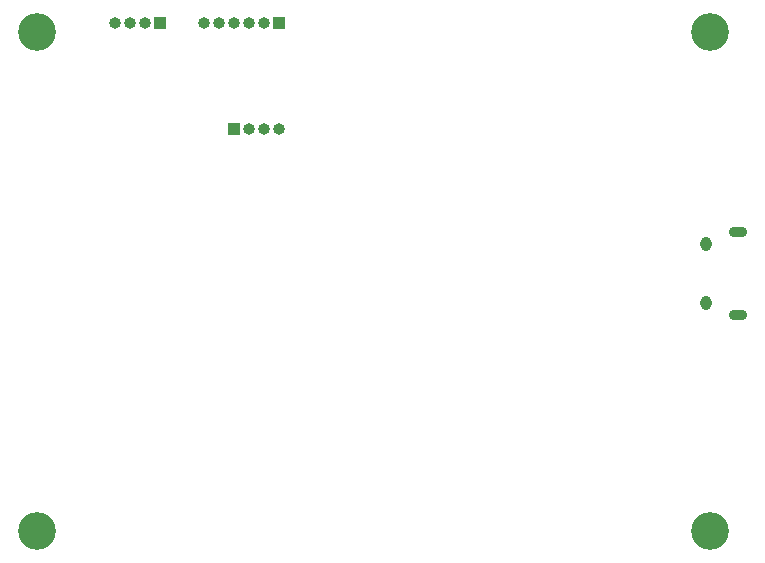
<source format=gbr>
%TF.GenerationSoftware,KiCad,Pcbnew,(6.0.2)*%
%TF.CreationDate,2022-04-19T16:18:31-05:00*%
%TF.ProjectId,Tlapixki-HelloWorld,546c6170-6978-46b6-992d-48656c6c6f57,rev?*%
%TF.SameCoordinates,Original*%
%TF.FileFunction,Soldermask,Bot*%
%TF.FilePolarity,Negative*%
%FSLAX46Y46*%
G04 Gerber Fmt 4.6, Leading zero omitted, Abs format (unit mm)*
G04 Created by KiCad (PCBNEW (6.0.2)) date 2022-04-19 16:18:31*
%MOMM*%
%LPD*%
G01*
G04 APERTURE LIST*
%ADD10C,3.200000*%
%ADD11R,1.000000X1.000000*%
%ADD12O,1.000000X1.000000*%
%ADD13O,1.550000X0.890000*%
%ADD14O,0.950000X1.250000*%
G04 APERTURE END LIST*
D10*
%TO.C,H4*%
X123000000Y-143500000D03*
%TD*%
D11*
%TO.C,J2*%
X86500000Y-100500000D03*
D12*
X85230000Y-100500000D03*
X83960000Y-100500000D03*
X82690000Y-100500000D03*
X81420000Y-100500000D03*
X80150000Y-100500000D03*
%TD*%
D10*
%TO.C,H3*%
X66000000Y-101250000D03*
%TD*%
%TO.C,H2*%
X123000000Y-101250000D03*
%TD*%
%TO.C,H1*%
X66000000Y-143500000D03*
%TD*%
D13*
%TO.C,J1*%
X125300000Y-125250000D03*
D14*
X122600000Y-119250000D03*
X122600000Y-124250000D03*
D13*
X125300000Y-118250000D03*
%TD*%
D11*
%TO.C,J3*%
X76400000Y-100500000D03*
D12*
X75130000Y-100500000D03*
X73860000Y-100500000D03*
X72590000Y-100500000D03*
%TD*%
D11*
%TO.C,J4*%
X82690000Y-109500000D03*
D12*
X83960000Y-109500000D03*
X85230000Y-109500000D03*
X86500000Y-109500000D03*
%TD*%
M02*

</source>
